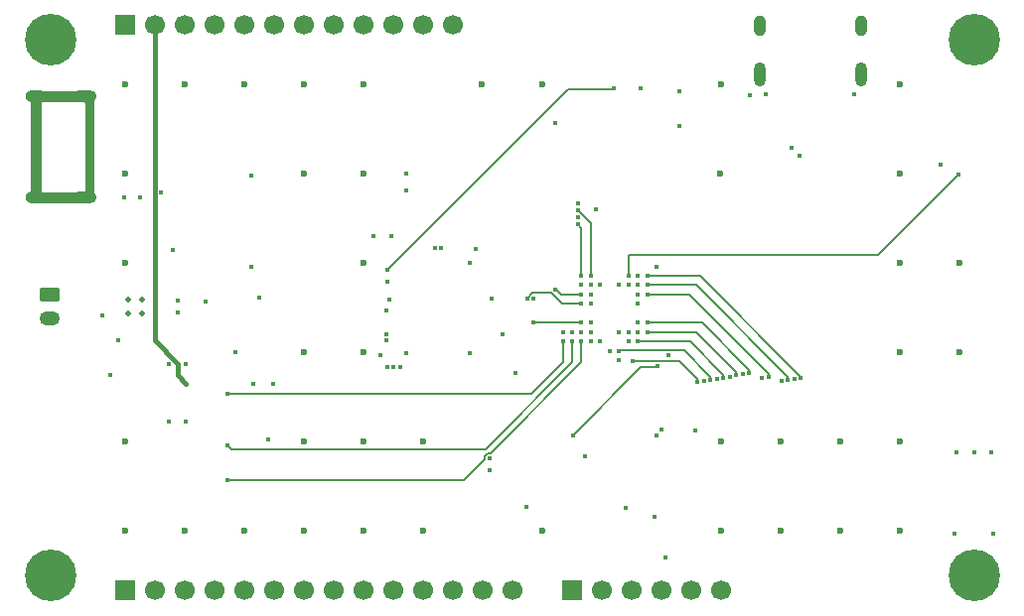
<source format=gbr>
%TF.GenerationSoftware,KiCad,Pcbnew,9.0.3*%
%TF.CreationDate,2025-11-22T18:35:30-05:00*%
%TF.ProjectId,SeedSBC_rev2_0,53656564-5342-4435-9f72-6576325f302e,rev?*%
%TF.SameCoordinates,Original*%
%TF.FileFunction,Copper,L3,Inr*%
%TF.FilePolarity,Positive*%
%FSLAX46Y46*%
G04 Gerber Fmt 4.6, Leading zero omitted, Abs format (unit mm)*
G04 Created by KiCad (PCBNEW 9.0.3) date 2025-11-22 18:35:30*
%MOMM*%
%LPD*%
G01*
G04 APERTURE LIST*
G04 Aperture macros list*
%AMRoundRect*
0 Rectangle with rounded corners*
0 $1 Rounding radius*
0 $2 $3 $4 $5 $6 $7 $8 $9 X,Y pos of 4 corners*
0 Add a 4 corners polygon primitive as box body*
4,1,4,$2,$3,$4,$5,$6,$7,$8,$9,$2,$3,0*
0 Add four circle primitives for the rounded corners*
1,1,$1+$1,$2,$3*
1,1,$1+$1,$4,$5*
1,1,$1+$1,$6,$7*
1,1,$1+$1,$8,$9*
0 Add four rect primitives between the rounded corners*
20,1,$1+$1,$2,$3,$4,$5,0*
20,1,$1+$1,$4,$5,$6,$7,0*
20,1,$1+$1,$6,$7,$8,$9,0*
20,1,$1+$1,$8,$9,$2,$3,0*%
G04 Aperture macros list end*
%TA.AperFunction,ComponentPad*%
%ADD10C,0.700000*%
%TD*%
%TA.AperFunction,ComponentPad*%
%ADD11C,4.400000*%
%TD*%
%TA.AperFunction,HeatsinkPad*%
%ADD12O,2.100000X1.000000*%
%TD*%
%TA.AperFunction,HeatsinkPad*%
%ADD13O,1.800000X1.000000*%
%TD*%
%TA.AperFunction,HeatsinkPad*%
%ADD14O,1.000000X2.100000*%
%TD*%
%TA.AperFunction,HeatsinkPad*%
%ADD15O,1.000000X1.800000*%
%TD*%
%TA.AperFunction,ComponentPad*%
%ADD16R,1.700000X1.700000*%
%TD*%
%TA.AperFunction,ComponentPad*%
%ADD17C,1.700000*%
%TD*%
%TA.AperFunction,ComponentPad*%
%ADD18RoundRect,0.250000X-0.625000X0.350000X-0.625000X-0.350000X0.625000X-0.350000X0.625000X0.350000X0*%
%TD*%
%TA.AperFunction,ComponentPad*%
%ADD19O,1.750000X1.200000*%
%TD*%
%TA.AperFunction,HeatsinkPad*%
%ADD20C,0.500000*%
%TD*%
%TA.AperFunction,ViaPad*%
%ADD21C,0.400000*%
%TD*%
%TA.AperFunction,ViaPad*%
%ADD22C,0.600000*%
%TD*%
%TA.AperFunction,Conductor*%
%ADD23C,0.762000*%
%TD*%
%TA.AperFunction,Conductor*%
%ADD24C,0.889000*%
%TD*%
%TA.AperFunction,Conductor*%
%ADD25C,0.150000*%
%TD*%
%TA.AperFunction,Conductor*%
%ADD26C,0.381000*%
%TD*%
%TA.AperFunction,Conductor*%
%ADD27C,0.200000*%
%TD*%
G04 APERTURE END LIST*
D10*
%TO.N,GND*%
%TO.C,H1*%
X103760000Y-77470000D03*
X104243274Y-76303274D03*
X104243274Y-78636726D03*
X105410000Y-75820000D03*
D11*
X105410000Y-77470000D03*
D10*
X105410000Y-79120000D03*
X106576726Y-76303274D03*
X106576726Y-78636726D03*
X107060000Y-77470000D03*
%TD*%
D12*
%TO.N,Net-(J6-SHIELD)*%
%TO.C,J6*%
X108320000Y-82296000D03*
D13*
X104140000Y-82296000D03*
D12*
X108320000Y-90936000D03*
D13*
X104140000Y-90936000D03*
%TD*%
D10*
%TO.N,GND*%
%TO.C,H2*%
X182500000Y-77470000D03*
X182983274Y-76303274D03*
X182983274Y-78636726D03*
X184150000Y-75820000D03*
D11*
X184150000Y-77470000D03*
D10*
X184150000Y-79120000D03*
X185316726Y-76303274D03*
X185316726Y-78636726D03*
X185800000Y-77470000D03*
%TD*%
D14*
%TO.N,GND*%
%TO.C,J7*%
X174500000Y-80445000D03*
D15*
X174500000Y-76265000D03*
D14*
X165860000Y-80445000D03*
D15*
X165860000Y-76265000D03*
%TD*%
D10*
%TO.N,GND*%
%TO.C,H3*%
X182500000Y-123190000D03*
X182983274Y-122023274D03*
X182983274Y-124356726D03*
X184150000Y-121540000D03*
D11*
X184150000Y-123190000D03*
D10*
X184150000Y-124840000D03*
X185316726Y-122023274D03*
X185316726Y-124356726D03*
X185800000Y-123190000D03*
%TD*%
D16*
%TO.N,USB_VBUS*%
%TO.C,J1*%
X111760000Y-76200000D03*
D17*
%TO.N,EN*%
X114300000Y-76200000D03*
%TO.N,USB_VBUS2*%
X116840000Y-76200000D03*
%TO.N,/FPGA + SRAM/IO_T8*%
X119380000Y-76200000D03*
%TO.N,/FPGA + SRAM/IO_T7*%
X121920000Y-76200000D03*
%TO.N,/FPGA + SRAM/IO_T6*%
X124460000Y-76200000D03*
%TO.N,/FPGA + SRAM/IO_T5*%
X127000000Y-76200000D03*
%TO.N,/FPGA + SRAM/IO_T4*%
X129540000Y-76200000D03*
%TO.N,/FPGA + SRAM/IO_T3*%
X132080000Y-76200000D03*
%TO.N,/FPGA + SRAM/IO_T2*%
X134620000Y-76200000D03*
%TO.N,/FPGA + SRAM/IO_T1*%
X137160000Y-76200000D03*
%TO.N,GND*%
X139700000Y-76200000D03*
%TD*%
D10*
%TO.N,GND*%
%TO.C,H4*%
X103760000Y-123190000D03*
X104243274Y-122023274D03*
X104243274Y-124356726D03*
X105410000Y-121540000D03*
D11*
X105410000Y-123190000D03*
D10*
X105410000Y-124840000D03*
X106576726Y-122023274D03*
X106576726Y-124356726D03*
X107060000Y-123190000D03*
%TD*%
D16*
%TO.N,/FPGA + SRAM/FPGA/SPI_CNFG_CS*%
%TO.C,J4*%
X149860000Y-124460000D03*
D17*
%TO.N,/FPGA + SRAM/FPGA/SPI_CNFG_DO*%
X152400000Y-124460000D03*
%TO.N,/FPGA + SRAM/FPGA/SPI_CNFG_DI*%
X154940000Y-124460000D03*
%TO.N,/FPGA + SRAM/FPGA/SPI_CNFG_SCK*%
X157480000Y-124460000D03*
%TO.N,P3V3*%
X160020000Y-124460000D03*
%TO.N,GND*%
X162560000Y-124460000D03*
%TD*%
D18*
%TO.N,V_BAT*%
%TO.C,J3*%
X105390000Y-99250000D03*
D19*
%TO.N,GND*%
X105390000Y-101250000D03*
%TD*%
D20*
%TO.N,GND*%
%TO.C,U9*%
X112080000Y-99670000D03*
X112080000Y-100850000D03*
X113260000Y-99670000D03*
X113260000Y-100850000D03*
%TD*%
D16*
%TO.N,V_BAT*%
%TO.C,J8*%
X111760000Y-124460000D03*
D17*
%TO.N,P3V3*%
X114300000Y-124460000D03*
%TO.N,GND*%
X116840000Y-124460000D03*
%TO.N,/FPGA + SRAM/IO_B10*%
X119380000Y-124460000D03*
%TO.N,/FPGA + SRAM/IO_B9*%
X121920000Y-124460000D03*
%TO.N,/FPGA + SRAM/IO_B8*%
X124460000Y-124460000D03*
%TO.N,/FPGA + SRAM/IO_B7*%
X127000000Y-124460000D03*
%TO.N,/FPGA + SRAM/IO_B6*%
X129540000Y-124460000D03*
%TO.N,/FPGA + SRAM/IO_B5*%
X132080000Y-124460000D03*
%TO.N,/FPGA + SRAM/IO_B4*%
X134620000Y-124460000D03*
%TO.N,/FPGA + SRAM/IO_B3*%
X137160000Y-124460000D03*
%TO.N,/FPGA + SRAM/IO_B2*%
X139700000Y-124460000D03*
%TO.N,/FPGA + SRAM/IO_B1*%
X142240000Y-124460000D03*
%TO.N,GND*%
X144780000Y-124460000D03*
%TD*%
D21*
%TO.N,P3V3*%
X151500000Y-99200000D03*
X181300000Y-88140000D03*
X160370000Y-110810000D03*
X151890000Y-91930000D03*
X155720000Y-81630000D03*
X169310000Y-87340000D03*
X132990000Y-94200000D03*
X151500000Y-101600000D03*
X142880000Y-114190000D03*
X159050000Y-81850000D03*
X142880000Y-113170000D03*
X153900000Y-98400000D03*
X168620000Y-86690000D03*
X141220000Y-104170000D03*
X148480000Y-84570000D03*
X182490000Y-119640000D03*
X185810000Y-119640000D03*
X121210000Y-104150000D03*
X143046476Y-99542694D03*
X123260000Y-99470000D03*
X158100000Y-104400000D03*
X157560000Y-110710000D03*
X143990000Y-102580000D03*
X134460000Y-94200000D03*
X145970000Y-117310000D03*
X157120000Y-111220000D03*
X153900000Y-102400000D03*
X135730000Y-104170000D03*
X145080000Y-105890000D03*
X135790000Y-90340000D03*
X135790000Y-88880000D03*
X138720000Y-95270000D03*
X122570000Y-96820000D03*
X155500000Y-100000000D03*
X159040000Y-84830000D03*
X141220000Y-96490000D03*
X138220000Y-95270000D03*
D22*
%TO.N,GND*%
X132080000Y-96520000D03*
X111760000Y-96520000D03*
X137160000Y-119380000D03*
D21*
X134084395Y-102580000D03*
D22*
X147320000Y-119380000D03*
X116840000Y-119380000D03*
X182880000Y-96520000D03*
X162535248Y-88854186D03*
X127000000Y-111760000D03*
X127000000Y-88900000D03*
X132080000Y-104140000D03*
X132080000Y-119380000D03*
X162560000Y-119380000D03*
X111760000Y-88900000D03*
X116840000Y-81280000D03*
X172720000Y-111760000D03*
X137160000Y-111760000D03*
X177800000Y-104140000D03*
X167640000Y-119380000D03*
X127000000Y-81280000D03*
X121920000Y-81280000D03*
X162560000Y-81280000D03*
X121920000Y-119380000D03*
X162560000Y-111760000D03*
X177800000Y-111760000D03*
X172720000Y-119380000D03*
X111760000Y-81280000D03*
X111760000Y-111760000D03*
X182880000Y-104140000D03*
X111760000Y-119380000D03*
X132080000Y-111760000D03*
X142194186Y-81295008D03*
X127000000Y-104140000D03*
X127000000Y-119380000D03*
X132080000Y-81280000D03*
X167640000Y-111760000D03*
X177800000Y-88900000D03*
X177800000Y-119380000D03*
X132080000Y-88900000D03*
X177800000Y-96520000D03*
X177800000Y-81280000D03*
X147320000Y-81280000D03*
D21*
%TO.N,V_SYS*%
X117000000Y-105150000D03*
X111730000Y-90940000D03*
X115870000Y-95440000D03*
X116260000Y-99680000D03*
X115510000Y-110030000D03*
X116260000Y-100730000D03*
X113080000Y-90940000D03*
X114880000Y-90450000D03*
X111230000Y-103120000D03*
X115540000Y-105140000D03*
X116970000Y-110030000D03*
X109890000Y-100970000D03*
X110500000Y-106050000D03*
X118660000Y-99820000D03*
%TO.N,P1V2*%
X155500000Y-102400000D03*
X122700000Y-106830000D03*
X124440000Y-106830000D03*
X151500000Y-102400000D03*
X151500000Y-98400000D03*
X155500000Y-98400000D03*
%TO.N,P2V5*%
X124018497Y-111545078D03*
X157100000Y-96800000D03*
%TO.N,/FPGA + SRAM/USR_BTN1*%
X154700000Y-97600000D03*
X182800000Y-89000000D03*
%TO.N,USB_VBUS2*%
X165080000Y-82160000D03*
X173920000Y-82150000D03*
X122520000Y-89020000D03*
X166440000Y-82150000D03*
%TO.N,/USB/1.8V*%
X141720000Y-95280000D03*
%TO.N,Net-(U8-VPHY)*%
X134110000Y-98080000D03*
%TO.N,Net-(U8-VPLL)*%
X134050000Y-100590000D03*
%TO.N,/FPGA + SRAM/SD_CLK*%
X149900000Y-102400000D03*
%TO.N,/FPGA + SRAM/SD_DAT0*%
X149100000Y-103200000D03*
X120530000Y-107700000D03*
%TO.N,/FPGA + SRAM/SD_DAT3*%
X150700000Y-102400000D03*
%TO.N,/SD MMC/SD_CMD*%
X149900000Y-103200000D03*
X120540000Y-112120000D03*
%TO.N,/FPGA + SRAM/SD_DAT2*%
X150700000Y-103200000D03*
X120540000Y-115040000D03*
%TO.N,/FPGA + SRAM/SD_DAT1*%
X149100000Y-102400000D03*
%TO.N,/FPGA + SRAM/FPGA/SPI_CNFG_DO*%
X150970000Y-113020000D03*
X134670133Y-105392219D03*
%TO.N,/FPGA + SRAM/FPGA/SPI_CNFG_CS*%
X149942760Y-111226781D03*
X157200000Y-105325000D03*
%TO.N,/FPGA + SRAM/FPGA/SPI_CNFG_DI*%
X134120137Y-105389567D03*
X154490000Y-117390000D03*
%TO.N,/FPGA + SRAM/FPGA/SPI_CNFG_SCK*%
X157840000Y-121610000D03*
X133520000Y-104410000D03*
%TO.N,/FPGA + SRAM/IO_T3*%
X150399479Y-92600521D03*
X150700000Y-98400000D03*
%TO.N,EN*%
X117000000Y-106800000D03*
%TO.N,/FPGA + SRAM/IO_T1*%
X152300000Y-98400000D03*
X150400000Y-91400000D03*
%TO.N,/FPGA + SRAM/IO_T4*%
X150400000Y-93200000D03*
X150700000Y-97600000D03*
%TO.N,/FPGA + SRAM/IO_T2*%
X151500000Y-97600000D03*
X150400000Y-92000000D03*
%TO.N,/FPGA + SRAM/SPI_CNFG_CS_B*%
X156950000Y-118150000D03*
X135220135Y-105391775D03*
%TO.N,Net-(U8-REF)*%
X134300000Y-99610000D03*
%TO.N,Net-(U8-~{RESET})*%
X134070000Y-103130000D03*
%TO.N,/FPGA + SRAM/LED_B*%
X151500000Y-103200000D03*
X182690000Y-112650000D03*
%TO.N,/FPGA + SRAM/LED_G*%
X185620000Y-112650000D03*
X153900000Y-104800000D03*
%TO.N,/FPGA + SRAM/LED_R*%
X184150000Y-112640000D03*
X152300000Y-103200000D03*
%TO.N,/FPGA + SRAM/FPGA/SRAM_WE_B*%
X155500000Y-99200000D03*
X166100030Y-106300000D03*
%TO.N,/FPGA + SRAM/FPGA/A9*%
X163900000Y-106100000D03*
X156300000Y-102400000D03*
%TO.N,/FPGA + SRAM/FPGA/A8*%
X164450000Y-106000000D03*
X155500000Y-101600000D03*
%TO.N,/FPGA + SRAM/FPGA/A17*%
X156300000Y-97600000D03*
X169399892Y-106310556D03*
%TO.N,/FPGA + SRAM/FPGA/A14*%
X161150000Y-106600000D03*
X153100000Y-104000000D03*
%TO.N,/FPGA + SRAM/FPGA/A15*%
X160600000Y-106700000D03*
X155100000Y-104900000D03*
%TO.N,/FPGA + SRAM/FPGA/SRAM_CE2*%
X156300000Y-99200000D03*
X166650033Y-106200000D03*
%TO.N,/FPGA + SRAM/FPGA/SRAM_UB_B*%
X154700000Y-98400000D03*
X167750000Y-106600000D03*
%TO.N,/FPGA + SRAM/FPGA/SRAM_LB_B*%
X156300000Y-98400000D03*
X168299906Y-106500000D03*
%TO.N,/FPGA + SRAM/FPGA/A13*%
X161700000Y-106500000D03*
X153900000Y-104000000D03*
%TO.N,/FPGA + SRAM/FIFO0*%
X146610000Y-101580000D03*
X150700000Y-101600000D03*
%TO.N,/FPGA + SRAM/FPGA/A18*%
X155500000Y-97600000D03*
X168858487Y-106407428D03*
%TO.N,/FPGA + SRAM/FIFO4*%
X146053958Y-99575000D03*
X150700000Y-100000000D03*
%TO.N,/FPGA + SRAM/FPGA/A11*%
X155500000Y-103200000D03*
X162800012Y-106300000D03*
%TO.N,/FPGA + SRAM/FIFO5*%
X151500000Y-100000000D03*
X146603960Y-99575001D03*
%TO.N,/FPGA + SRAM/FPGA/A19*%
X165000000Y-105900000D03*
X156300000Y-101600000D03*
%TO.N,/FPGA + SRAM/FPGA/A12*%
X162250000Y-106400000D03*
X154700000Y-103200000D03*
%TO.N,/FPGA + SRAM/FPGA/A10*%
X163350000Y-106200000D03*
X154700000Y-102400000D03*
%TO.N,/FPGA + SRAM/FIFO_RXF_B*%
X150700000Y-99200000D03*
X148480000Y-98775000D03*
%TO.N,/USB/OSC_12MHz*%
X153470000Y-81630000D03*
X134130000Y-97080000D03*
%TD*%
D23*
%TO.N,Net-(J6-SHIELD)*%
X108320000Y-82296000D02*
X108727000Y-82703000D01*
X108727000Y-82703000D02*
X108727000Y-90529000D01*
D24*
X104140000Y-82296000D02*
X104140000Y-90936000D01*
D23*
X108727000Y-90529000D02*
X108320000Y-90936000D01*
D24*
X104140000Y-90936000D02*
X108320000Y-90936000D01*
X104140000Y-82296000D02*
X108320000Y-82296000D01*
D25*
%TO.N,/FPGA + SRAM/USR_BTN1*%
X176000000Y-95800000D02*
X182800000Y-89000000D01*
X154700000Y-97600000D02*
X154700000Y-95800000D01*
X154700000Y-95800000D02*
X176000000Y-95800000D01*
%TO.N,/FPGA + SRAM/SD_DAT0*%
X120530000Y-107700000D02*
X146400000Y-107700000D01*
X146400000Y-107700000D02*
X149100000Y-105000000D01*
X149100000Y-105000000D02*
X149100000Y-103200000D01*
%TO.N,/SD MMC/SD_CMD*%
X149900000Y-105000000D02*
X149900000Y-103200000D01*
X142500000Y-112400000D02*
X149900000Y-105000000D01*
X120540000Y-112120000D02*
X120820000Y-112400000D01*
X120820000Y-112400000D02*
X142500000Y-112400000D01*
%TO.N,/FPGA + SRAM/SD_DAT2*%
X142956000Y-112744000D02*
X142703545Y-112744000D01*
X142703545Y-112744000D02*
X142454000Y-112993545D01*
X142454000Y-113246000D02*
X140660000Y-115040000D01*
X150700000Y-105000000D02*
X142956000Y-112744000D01*
X150700000Y-103200000D02*
X150700000Y-105000000D01*
X140660000Y-115040000D02*
X120540000Y-115040000D01*
X142454000Y-112993545D02*
X142454000Y-113246000D01*
%TO.N,/FPGA + SRAM/FPGA/SPI_CNFG_CS*%
X155770000Y-105400000D02*
X149945979Y-111224021D01*
X149940000Y-111224021D02*
X149942760Y-111226781D01*
X157200000Y-105325000D02*
X157125000Y-105400000D01*
X157125000Y-105400000D02*
X155770000Y-105400000D01*
X149945979Y-111224021D02*
X149940000Y-111224021D01*
X149962760Y-111206781D02*
X149942760Y-111226781D01*
X149942760Y-111226781D02*
X149942760Y-111159740D01*
D26*
%TO.N,EN*%
X116300000Y-105100000D02*
X114300000Y-103100000D01*
X117000000Y-106800000D02*
X116300000Y-106100000D01*
X114300000Y-103100000D02*
X114300000Y-76200000D01*
X116300000Y-106100000D02*
X116300000Y-105100000D01*
D25*
%TO.N,/FPGA + SRAM/IO_T4*%
X150700000Y-93500000D02*
X150700000Y-97600000D01*
X150400000Y-93200000D02*
X150700000Y-93500000D01*
%TO.N,/FPGA + SRAM/IO_T2*%
X151500000Y-93100000D02*
X151500000Y-97600000D01*
X150400000Y-92000000D02*
X151500000Y-93100000D01*
%TO.N,/FPGA + SRAM/FPGA/A9*%
X163900000Y-105850000D02*
X163900000Y-106100000D01*
X160450000Y-102400000D02*
X163900000Y-105850000D01*
X156300000Y-102400000D02*
X160450000Y-102400000D01*
%TO.N,/FPGA + SRAM/FPGA/A17*%
X160800000Y-97600000D02*
X156300000Y-97600000D01*
X169399892Y-106310556D02*
X169399892Y-106199892D01*
X169399892Y-106199892D02*
X160800000Y-97600000D01*
%TO.N,/FPGA + SRAM/FPGA/A15*%
X159050000Y-104900000D02*
X160600000Y-106450000D01*
X160600000Y-106450000D02*
X160600000Y-106700000D01*
X155100000Y-104900000D02*
X159050000Y-104900000D01*
%TO.N,/FPGA + SRAM/FPGA/SRAM_CE2*%
X156300000Y-99200000D02*
X159900000Y-99200000D01*
X159900000Y-99200000D02*
X166650033Y-105950033D01*
X166650033Y-105950033D02*
X166650033Y-106200000D01*
%TO.N,/FPGA + SRAM/FPGA/SRAM_LB_B*%
X168299906Y-106500000D02*
X168299906Y-106312220D01*
X168300000Y-106250000D02*
X160450000Y-98400000D01*
X160450000Y-98400000D02*
X156300000Y-98400000D01*
X168299906Y-106312220D02*
X168300000Y-106312126D01*
X168300000Y-106312126D02*
X168300000Y-106250000D01*
%TO.N,/FPGA + SRAM/FPGA/A13*%
X153926000Y-103974000D02*
X159424000Y-103974000D01*
X153900000Y-104000000D02*
X153926000Y-103974000D01*
X161700000Y-106250000D02*
X161700000Y-106500000D01*
X159424000Y-103974000D02*
X161700000Y-106250000D01*
%TO.N,/FPGA + SRAM/FIFO0*%
X150700000Y-101600000D02*
X146630000Y-101600000D01*
X146630000Y-101600000D02*
X146610000Y-101580000D01*
%TO.N,/FPGA + SRAM/FIFO4*%
X146053958Y-99575000D02*
X146053958Y-99522548D01*
X149030000Y-100000000D02*
X150700000Y-100000000D01*
X146496506Y-99080000D02*
X148110000Y-99080000D01*
X146053958Y-99522548D02*
X146496506Y-99080000D01*
X148110000Y-99080000D02*
X149030000Y-100000000D01*
%TO.N,/FPGA + SRAM/FPGA/A11*%
X159950000Y-103200000D02*
X162800012Y-106050012D01*
X155500000Y-103200000D02*
X159950000Y-103200000D01*
X162800012Y-106050012D02*
X162800012Y-106300000D01*
%TO.N,/FPGA + SRAM/FPGA/A19*%
X160950000Y-101600000D02*
X165000000Y-105650000D01*
X165000000Y-105650000D02*
X165000000Y-105900000D01*
X156300000Y-101600000D02*
X160950000Y-101600000D01*
%TO.N,/FPGA + SRAM/FIFO_RXF_B*%
X148575117Y-98775117D02*
X149000000Y-99200000D01*
X149000000Y-99200000D02*
X150700000Y-99200000D01*
X148480117Y-98775117D02*
X148575117Y-98775117D01*
X148480000Y-98775000D02*
X148480117Y-98775117D01*
D27*
%TO.N,/USB/OSC_12MHz*%
X153450000Y-81650000D02*
X153470000Y-81630000D01*
X149560000Y-81650000D02*
X153450000Y-81650000D01*
X134130000Y-97080000D02*
X149560000Y-81650000D01*
%TD*%
M02*

</source>
